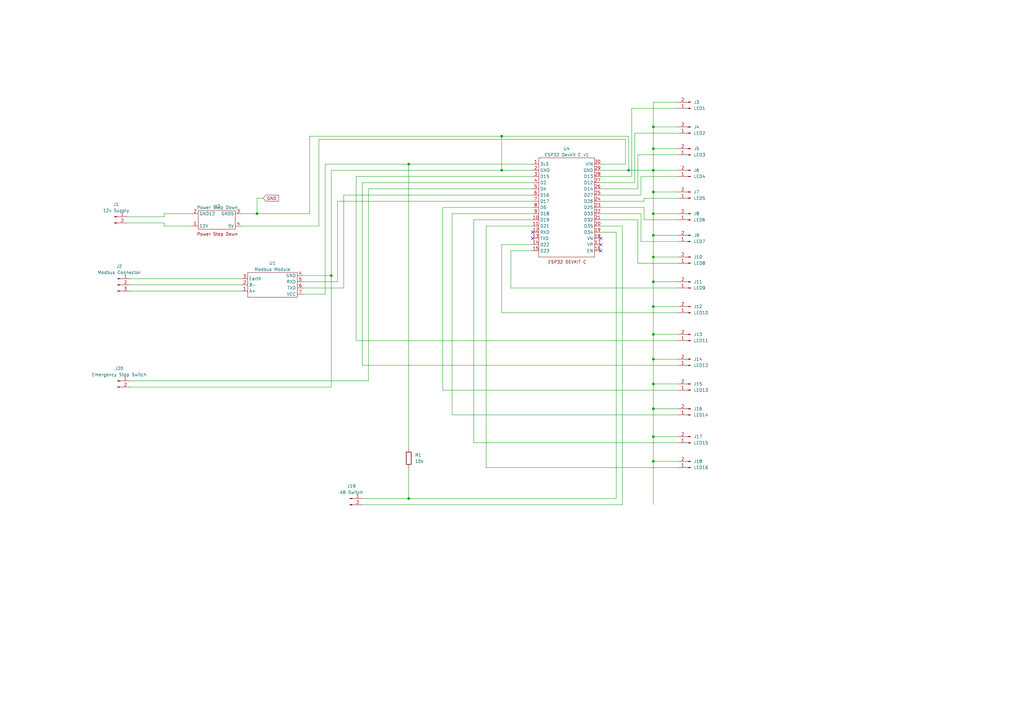
<source format=kicad_sch>
(kicad_sch (version 20231120) (generator "eeschema") (generator_version "8.0")
  (paper "A3")
  (lib_symbols
    (symbol "Connector:Conn_01x02_Pin" (pin_names (offset 1.016) hide)
      (property "Reference" "J" (at 0 2.54 0))
      (property "Value" "Conn_01x02_Pin" (at 0 -5.08 0))
      (symbol "Conn_01x02_Pin_1_1"
        (polyline (pts (xy 1.27 -2.54) (xy 0.8636 -2.54)) (stroke (width 0.1524)))
        (polyline (pts (xy 1.27 0) (xy 0.8636 0)) (stroke (width 0.1524)))
        (rectangle (start 0.8636 -2.413) (end 0 -2.667) (stroke (width 0.1524)) (fill (type outline)))
        (rectangle (start 0.8636 0.127) (end 0 -0.127) (stroke (width 0.1524)) (fill (type outline)))
        (pin passive line (at 5.08 0 180) (length 3.81) (name "Pin_1") (number "1"))
        (pin passive line (at 5.08 -2.54 180) (length 3.81) (name "Pin_2") (number "2"))
      )
    )
    (symbol "Connector:Conn_01x03_Pin" (pin_names (offset 1.016) hide)
      (property "Reference" "J" (at 0 5.08 0))
      (property "Value" "Conn_01x03_Pin" (at 0 -5.08 0))
      (symbol "Conn_01x03_Pin_1_1"
        (polyline (pts (xy 1.27 -2.54) (xy 0.8636 -2.54)) (stroke (width 0.1524)))
        (polyline (pts (xy 1.27 0) (xy 0.8636 0)) (stroke (width 0.1524)))
        (polyline (pts (xy 1.27 2.54) (xy 0.8636 2.54)) (stroke (width 0.1524)))
        (rectangle (start 0.8636 -2.413) (end 0 -2.667) (stroke (width 0.1524)) (fill (type outline)))
        (rectangle (start 0.8636 0.127) (end 0 -0.127) (stroke (width 0.1524)) (fill (type outline)))
        (rectangle (start 0.8636 2.667) (end 0 2.413) (stroke (width 0.1524)) (fill (type outline)))
        (pin passive line (at 5.08 2.54 180) (length 3.81) (name "Pin_1") (number "1"))
        (pin passive line (at 5.08 0 180) (length 3.81) (name "Pin_2") (number "2"))
        (pin passive line (at 5.08 -2.54 180) (length 3.81) (name "Pin_3") (number "3"))
      )
    )
    (symbol "Device:R" (pin_numbers hide) (pin_names (offset 0))
      (property "Reference" "R" (at 2.032 0 90))
      (property "Value" "R" (at 0 0 90))
      (symbol "R_0_1"
        (rectangle (start -1.016 -2.54) (end 1.016 2.54) (stroke (width 0.254)))
      )
      (symbol "R_1_1"
        (pin passive line (at 0 3.81 270) (length 1.27) (name "~") (number "1"))
        (pin passive line (at 0 -3.81 90) (length 1.27) (name "~") (number "2"))
      )
    )
    (symbol "New_Library:ESP32_Dev_Module"
      (property "Reference" "U" (at -5.0519 11.449 0))
      (symbol "ESP32_Dev_Module_0_1"
        (rectangle (start -11.4019 20.339) (end 11.43 -20.32))
      )
      (symbol "ESP32_Dev_Module_1_1"
        (text "ESP32 DEVKIT C" (at 0.254 -22.352 0) (effects (font (size 1.27 1.27))))
        (pin power_out line (at -13.97 17.78 0) (length 2.54) (name "3v3") (number "1"))
        (pin tri_state line (at -13.97 -5.08 0) (length 2.54) (name "D19") (number "10"))
        (pin tri_state line (at -13.97 -7.62 0) (length 2.54) (name "D21") (number "11"))
        (pin tri_state line (at -13.97 -10.16 0) (length 2.54) (name "RXD") (number "12"))
        (pin tri_state line (at -13.97 -12.7 0) (length 2.54) (name "TXD") (number "13"))
        (pin tri_state line (at -13.97 -15.24 0) (length 2.54) (name "D22") (number "14"))
        (pin tri_state line (at -13.97 -17.78 0) (length 2.54) (name "D23") (number "15"))
        (pin tri_state line (at 13.97 -17.78 180) (length 2.54) (name "EN") (number "16"))
        (pin tri_state line (at 13.97 -15.24 180) (length 2.54) (name "VP") (number "17"))
        (pin tri_state line (at 13.97 -12.7 180) (length 2.54) (name "VN") (number "18"))
        (pin tri_state line (at 13.97 -10.16 180) (length 2.54) (name "D34") (number "19"))
        (pin power_out line (at -13.97 15.24 0) (length 2.54) (name "GND") (number "2"))
        (pin tri_state line (at 13.97 -7.62 180) (length 2.54) (name "D35") (number "20"))
        (pin tri_state line (at 13.97 -5.08 180) (length 2.54) (name "D32") (number "21"))
        (pin tri_state line (at 13.97 -2.54 180) (length 2.54) (name "D33") (number "22"))
        (pin tri_state line (at 13.97 0 180) (length 2.54) (name "D25") (number "23"))
        (pin tri_state line (at 13.97 2.54 180) (length 2.54) (name "D26") (number "24"))
        (pin tri_state line (at 13.97 5.08 180) (length 2.54) (name "D27") (number "25"))
        (pin tri_state line (at 13.97 7.62 180) (length 2.54) (name "D14") (number "26"))
        (pin tri_state line (at 13.97 10.16 180) (length 2.54) (name "D12") (number "27"))
        (pin tri_state line (at 13.97 12.7 180) (length 2.54) (name "D13") (number "28"))
        (pin power_in line (at 13.97 15.24 180) (length 2.54) (name "GND") (number "29"))
        (pin tri_state line (at -13.97 12.7 0) (length 2.54) (name "D15") (number "3"))
        (pin power_in line (at 13.97 17.78 180) (length 2.54) (name "VIN") (number "30"))
        (pin tri_state line (at -13.97 10.16 0) (length 2.54) (name "D2") (number "4"))
        (pin tri_state line (at -13.97 7.62 0) (length 2.54) (name "D4") (number "5"))
        (pin tri_state line (at -13.97 5.08 0) (length 2.54) (name "D16") (number "6"))
        (pin tri_state line (at -13.97 2.54 0) (length 2.54) (name "D17") (number "7"))
        (pin tri_state line (at -13.97 0 0) (length 2.54) (name "D5") (number "8"))
        (pin tri_state line (at -13.97 -2.54 0) (length 2.54) (name "D18") (number "9"))
      )
    )
    (symbol "New_Library:RS485_Module"
      (property "Reference" "U" (at 0 0 0))
      (symbol "RS485_Module_0_1"
        (rectangle (start -10.16 5.08) (end 10.16 -5.08))
      )
      (symbol "RS485_Module_1_1"
        (pin bidirectional line (at -12.7 -2.54 0) (length 2.54) (name "A+") (number "1"))
        (pin bidirectional line (at -12.7 0 0) (length 2.54) (name "B-") (number "2"))
        (pin passive line (at -12.7 2.54 0) (length 2.54) (name "Earth") (number "3"))
        (pin power_in line (at 12.7 3.81 180) (length 2.54) (name "GND") (number "4"))
        (pin output line (at 12.7 1.27 180) (length 2.54) (name "RXD") (number "5"))
        (pin input line (at 12.7 -1.27 180) (length 2.54) (name "TXD") (number "6"))
        (pin power_in line (at 12.7 -3.81 180) (length 2.54) (name "VCC") (number "7"))
      )
    )
    (symbol "New_Library:Voltage_Step_Down"
      (property "Reference" "U" (at -3.81 0 0))
      (symbol "Voltage_Step_Down_0_1"
        (rectangle (start -7.62 3.81) (end 7.62 -3.81))
      )
      (symbol "Voltage_Step_Down_1_1"
        (text "Power Step Down" (at 0.254 -5.842 0) (effects (font (size 1.27 1.27))))
        (pin power_in line (at -10.16 -2.54 0) (length 2.54) (name "12V") (number "1"))
        (pin power_in line (at -10.16 2.54 0) (length 2.54) (name "GND12") (number "2"))
        (pin power_out line (at 10.16 2.54 180) (length 2.54) (name "GND5") (number "3"))
        (pin power_out line (at 10.16 -2.54 180) (length 2.54) (name "5V") (number "4"))
      )
    )
  )
  (junction (at 267.97 52.07))
  (junction (at 267.97 137.16))
  (junction (at 267.97 179.07))
  (junction (at 205.74 55.88))
  (junction (at 257.81 69.85))
  (junction (at 267.97 115.57))
  (junction (at 267.97 60.96))
  (junction (at 267.97 105.41))
  (junction (at 167.64 204.47))
  (junction (at 267.97 189.23))
  (junction (at 267.97 157.48))
  (junction (at 267.97 96.52))
  (junction (at 105.41 87.63))
  (junction (at 205.74 69.85))
  (junction (at 167.64 67.31))
  (junction (at 267.97 87.63))
  (junction (at 267.97 125.73))
  (junction (at 135.89 113.03))
  (junction (at 267.97 147.32))
  (junction (at 267.97 78.74))
  (junction (at 267.97 167.64))
  (junction (at 267.97 69.85))
  (no_connect (at 218.44 97.79))
  (no_connect (at 218.44 95.25))
  (no_connect (at 246.38 100.33))
  (no_connect (at 246.38 97.79))
  (no_connect (at 246.38 102.87))
  (wire (pts (xy 267.97 69.85) (xy 257.81 69.85)))
  (wire (pts (xy 267.97 60.96) (xy 267.97 69.85)))
  (wire (pts (xy 267.97 125.73) (xy 267.97 137.16)))
  (wire (pts (xy 264.16 90.17) (xy 264.16 85.09)))
  (wire (pts (xy 185.42 170.18) (xy 185.42 87.63)))
  (wire (pts (xy 278.13 90.17) (xy 264.16 90.17)))
  (wire (pts (xy 267.97 125.73) (xy 267.97 115.57)))
  (wire (pts (xy 267.97 78.74) (xy 267.97 69.85)))
  (wire (pts (xy 262.89 87.63) (xy 246.38 87.63)))
  (wire (pts (xy 278.13 63.5) (xy 261.62 63.5)))
  (wire (pts (xy 255.27 92.71) (xy 246.38 92.71)))
  (wire (pts (xy 205.74 128.27) (xy 278.13 128.27)))
  (wire (pts (xy 53.34 119.38) (xy 99.06 119.38)))
  (wire (pts (xy 278.13 54.61) (xy 260.35 54.61)))
  (wire (pts (xy 278.13 78.74) (xy 267.97 78.74)))
  (wire (pts (xy 267.97 41.91) (xy 267.97 52.07)))
  (wire (pts (xy 255.27 207.01) (xy 255.27 92.71)))
  (wire (pts (xy 278.13 137.16) (xy 267.97 137.16)))
  (wire (pts (xy 252.73 95.25) (xy 246.38 95.25)))
  (wire (pts (xy 107.95 81.28) (xy 105.41 81.28)))
  (wire (pts (xy 261.62 107.95) (xy 261.62 90.17)))
  (wire (pts (xy 267.97 60.96) (xy 278.13 60.96)))
  (wire (pts (xy 167.64 67.31) (xy 167.64 184.15)))
  (wire (pts (xy 135.89 158.75) (xy 53.34 158.75)))
  (wire (pts (xy 194.31 181.61) (xy 194.31 90.17)))
  (wire (pts (xy 278.13 44.45) (xy 259.08 44.45)))
  (wire (pts (xy 167.64 67.31) (xy 133.35 67.31)))
  (wire (pts (xy 146.05 72.39) (xy 146.05 139.7)))
  (wire (pts (xy 67.31 91.44) (xy 67.31 92.71)))
  (wire (pts (xy 267.97 96.52) (xy 267.97 87.63)))
  (wire (pts (xy 140.97 80.01) (xy 218.44 80.01)))
  (wire (pts (xy 264.16 85.09) (xy 246.38 85.09)))
  (wire (pts (xy 130.81 92.71) (xy 130.81 57.15)))
  (wire (pts (xy 278.13 107.95) (xy 261.62 107.95)))
  (wire (pts (xy 261.62 63.5) (xy 261.62 77.47)))
  (wire (pts (xy 138.43 82.55) (xy 138.43 115.57)))
  (wire (pts (xy 261.62 90.17) (xy 246.38 90.17)))
  (wire (pts (xy 99.06 87.63) (xy 105.41 87.63)))
  (wire (pts (xy 278.13 115.57) (xy 267.97 115.57)))
  (wire (pts (xy 278.13 81.28) (xy 264.16 81.28)))
  (wire (pts (xy 256.54 67.31) (xy 256.54 57.15)))
  (wire (pts (xy 67.31 87.63) (xy 78.74 87.63)))
  (wire (pts (xy 278.13 189.23) (xy 267.97 189.23)))
  (wire (pts (xy 278.13 147.32) (xy 267.97 147.32)))
  (wire (pts (xy 199.39 92.71) (xy 218.44 92.71)))
  (wire (pts (xy 167.64 204.47) (xy 252.73 204.47)))
  (wire (pts (xy 135.89 113.03) (xy 124.46 113.03)))
  (wire (pts (xy 138.43 82.55) (xy 218.44 82.55)))
  (wire (pts (xy 262.89 80.01) (xy 246.38 80.01)))
  (wire (pts (xy 209.55 102.87) (xy 218.44 102.87)))
  (wire (pts (xy 67.31 88.9) (xy 67.31 87.63)))
  (wire (pts (xy 181.61 85.09) (xy 218.44 85.09)))
  (wire (pts (xy 278.13 181.61) (xy 194.31 181.61)))
  (wire (pts (xy 262.89 72.39) (xy 262.89 80.01)))
  (wire (pts (xy 133.35 67.31) (xy 133.35 120.65)))
  (wire (pts (xy 53.34 114.3) (xy 99.06 114.3)))
  (wire (pts (xy 267.97 115.57) (xy 267.97 105.41)))
  (wire (pts (xy 194.31 90.17) (xy 218.44 90.17)))
  (wire (pts (xy 278.13 149.86) (xy 148.59 149.86)))
  (wire (pts (xy 218.44 74.93) (xy 148.59 74.93)))
  (wire (pts (xy 53.34 116.84) (xy 99.06 116.84)))
  (wire (pts (xy 138.43 115.57) (xy 124.46 115.57)))
  (wire (pts (xy 167.64 191.77) (xy 167.64 204.47)))
  (wire (pts (xy 127 55.88) (xy 205.74 55.88)))
  (wire (pts (xy 278.13 105.41) (xy 267.97 105.41)))
  (wire (pts (xy 67.31 92.71) (xy 78.74 92.71)))
  (wire (pts (xy 267.97 147.32) (xy 267.97 137.16)))
  (wire (pts (xy 278.13 125.73) (xy 267.97 125.73)))
  (wire (pts (xy 278.13 170.18) (xy 185.42 170.18)))
  (wire (pts (xy 151.13 77.47) (xy 151.13 156.21)))
  (wire (pts (xy 278.13 96.52) (xy 267.97 96.52)))
  (wire (pts (xy 140.97 80.01) (xy 140.97 118.11)))
  (wire (pts (xy 140.97 118.11) (xy 124.46 118.11)))
  (wire (pts (xy 135.89 69.85) (xy 135.89 113.03)))
  (wire (pts (xy 278.13 41.91) (xy 267.97 41.91)))
  (wire (pts (xy 135.89 113.03) (xy 135.89 158.75)))
  (wire (pts (xy 130.81 57.15) (xy 256.54 57.15)))
  (wire (pts (xy 205.74 128.27) (xy 205.74 100.33)))
  (wire (pts (xy 218.44 77.47) (xy 151.13 77.47)))
  (wire (pts (xy 278.13 139.7) (xy 146.05 139.7)))
  (wire (pts (xy 260.35 74.93) (xy 246.38 74.93)))
  (wire (pts (xy 127 87.63) (xy 127 55.88)))
  (wire (pts (xy 278.13 179.07) (xy 267.97 179.07)))
  (wire (pts (xy 267.97 147.32) (xy 267.97 157.48)))
  (wire (pts (xy 278.13 160.02) (xy 181.61 160.02)))
  (wire (pts (xy 185.42 87.63) (xy 218.44 87.63)))
  (wire (pts (xy 246.38 67.31) (xy 256.54 67.31)))
  (wire (pts (xy 209.55 118.11) (xy 278.13 118.11)))
  (wire (pts (xy 218.44 72.39) (xy 146.05 72.39)))
  (wire (pts (xy 205.74 100.33) (xy 218.44 100.33)))
  (wire (pts (xy 209.55 118.11) (xy 209.55 102.87)))
  (wire (pts (xy 278.13 99.06) (xy 262.89 99.06)))
  (wire (pts (xy 267.97 105.41) (xy 267.97 96.52)))
  (wire (pts (xy 257.81 55.88) (xy 257.81 69.85)))
  (wire (pts (xy 205.74 55.88) (xy 257.81 55.88)))
  (wire (pts (xy 218.44 67.31) (xy 167.64 67.31)))
  (wire (pts (xy 199.39 191.77) (xy 199.39 92.71)))
  (wire (pts (xy 205.74 69.85) (xy 135.89 69.85)))
  (wire (pts (xy 148.59 204.47) (xy 167.64 204.47)))
  (wire (pts (xy 205.74 55.88) (xy 205.74 69.85)))
  (wire (pts (xy 52.07 88.9) (xy 67.31 88.9)))
  (wire (pts (xy 262.89 99.06) (xy 262.89 87.63)))
  (wire (pts (xy 278.13 87.63) (xy 267.97 87.63)))
  (wire (pts (xy 261.62 77.47) (xy 246.38 77.47)))
  (wire (pts (xy 267.97 189.23) (xy 267.97 179.07)))
  (wire (pts (xy 278.13 167.64) (xy 267.97 167.64)))
  (wire (pts (xy 259.08 72.39) (xy 246.38 72.39)))
  (wire (pts (xy 259.08 44.45) (xy 259.08 72.39)))
  (wire (pts (xy 278.13 72.39) (xy 262.89 72.39)))
  (wire (pts (xy 148.59 149.86) (xy 148.59 74.93)))
  (wire (pts (xy 264.16 82.55) (xy 246.38 82.55)))
  (wire (pts (xy 278.13 191.77) (xy 199.39 191.77)))
  (wire (pts (xy 246.38 69.85) (xy 257.81 69.85)))
  (wire (pts (xy 267.97 167.64) (xy 267.97 179.07)))
  (wire (pts (xy 133.35 120.65) (xy 124.46 120.65)))
  (wire (pts (xy 267.97 207.01) (xy 267.97 189.23)))
  (wire (pts (xy 260.35 54.61) (xy 260.35 74.93)))
  (wire (pts (xy 52.07 91.44) (xy 67.31 91.44)))
  (wire (pts (xy 267.97 87.63) (xy 267.97 78.74)))
  (wire (pts (xy 267.97 52.07) (xy 278.13 52.07)))
  (wire (pts (xy 148.59 207.01) (xy 255.27 207.01)))
  (wire (pts (xy 267.97 167.64) (xy 267.97 157.48)))
  (wire (pts (xy 181.61 160.02) (xy 181.61 85.09)))
  (wire (pts (xy 267.97 52.07) (xy 267.97 60.96)))
  (wire (pts (xy 252.73 204.47) (xy 252.73 95.25)))
  (wire (pts (xy 218.44 69.85) (xy 205.74 69.85)))
  (wire (pts (xy 105.41 87.63) (xy 127 87.63)))
  (wire (pts (xy 105.41 81.28) (xy 105.41 87.63)))
  (wire (pts (xy 151.13 156.21) (xy 53.34 156.21)))
  (wire (pts (xy 267.97 69.85) (xy 278.13 69.85)))
  (wire (pts (xy 278.13 157.48) (xy 267.97 157.48)))
  (wire (pts (xy 264.16 81.28) (xy 264.16 82.55)))
  (wire (pts (xy 99.06 92.71) (xy 130.81 92.71)))
  (global_label "GND" (shape input) (at 107.95 81.28 0) (property "Intersheetrefs" "${INTERSHEET_REFS}" (effects (hide yes))))
  (symbol (lib_id "Connector:Conn_01x02_Pin") (at 283.21 160.02 180) (unit 1)
    (property "Reference" "J15" (at 284.48 157.4799 0) (effects (justify right)))
    (property "Value" "LED13" (at 284.48 160.0199 0) (effects (justify right)))
    (property "Footprint" "Connector_Molex:Molex_KK-254_AE-6410-02A_1x02_P2.54mm_Vertical" (effects (hide yes)))
    (property "Description" "Generic connector, single row, 01x02, script generated" (effects (hide yes)))
  )
  (symbol (lib_id "Connector:Conn_01x02_Pin") (at 283.21 139.7 180) (unit 1)
    (property "Reference" "J13" (at 284.48 137.1599 0) (effects (justify right)))
    (property "Value" "LED11" (at 284.48 139.6999 0) (effects (justify right)))
    (property "Footprint" "Connector_Molex:Molex_KK-254_AE-6410-02A_1x02_P2.54mm_Vertical" (effects (hide yes)))
    (property "Description" "Generic connector, single row, 01x02, script generated" (effects (hide yes)))
  )
  (symbol (lib_id "Connector:Conn_01x02_Pin") (at 143.51 204.47 0) (unit 1)
    (property "Reference" "J19" (at 144.145 199.39 0))
    (property "Value" "AB Switch" (at 144.145 201.93 0))
    (property "Footprint" "Connector_Molex:Molex_KK-254_AE-6410-03A_1x03_P2.54mm_Vertical" (effects (hide yes)))
    (property "Description" "Generic connector, single row, 01x02, script generated" (effects (hide yes)))
  )
  (symbol (lib_id "Connector:Conn_01x02_Pin") (at 283.21 170.18 180) (unit 1)
    (property "Reference" "J16" (at 284.48 167.6399 0) (effects (justify right)))
    (property "Value" "LED14" (at 284.48 170.1799 0) (effects (justify right)))
    (property "Footprint" "Connector_Molex:Molex_KK-254_AE-6410-02A_1x02_P2.54mm_Vertical" (effects (hide yes)))
    (property "Description" "Generic connector, single row, 01x02, script generated" (effects (hide yes)))
  )
  (symbol (lib_id "Connector:Conn_01x02_Pin") (at 283.21 149.86 180) (unit 1)
    (property "Reference" "J14" (at 284.48 147.3199 0) (effects (justify right)))
    (property "Value" "LED12" (at 284.48 149.8599 0) (effects (justify right)))
    (property "Footprint" "Connector_Molex:Molex_KK-254_AE-6410-02A_1x02_P2.54mm_Vertical" (effects (hide yes)))
    (property "Description" "Generic connector, single row, 01x02, script generated" (effects (hide yes)))
  )
  (symbol (lib_id "Connector:Conn_01x02_Pin") (at 283.21 72.39 180) (unit 1)
    (property "Reference" "J6" (at 284.48 69.8499 0) (effects (justify right)))
    (property "Value" "LED4" (at 284.48 72.3899 0) (effects (justify right)))
    (property "Footprint" "Connector_Molex:Molex_KK-254_AE-6410-02A_1x02_P2.54mm_Vertical" (effects (hide yes)))
    (property "Description" "Generic connector, single row, 01x02, script generated" (effects (hide yes)))
  )
  (symbol (lib_id "Device:R") (at 167.64 187.96 0) (unit 1)
    (property "Reference" "R1" (at 170.18 186.6899 0) (effects (justify left)))
    (property "Value" "10k" (at 170.18 189.2299 0) (effects (justify left)))
    (property "Description" "Resistor" (effects (hide yes)))
  )
  (symbol (lib_id "Connector:Conn_01x02_Pin") (at 283.21 81.28 180) (unit 1)
    (property "Reference" "J7" (at 284.48 78.7399 0) (effects (justify right)))
    (property "Value" "LED5" (at 284.48 81.2799 0) (effects (justify right)))
    (property "Footprint" "Connector_Molex:Molex_KK-254_AE-6410-02A_1x02_P2.54mm_Vertical" (effects (hide yes)))
    (property "Description" "Generic connector, single row, 01x02, script generated" (effects (hide yes)))
  )
  (symbol (lib_id "Connector:Conn_01x02_Pin") (at 283.21 90.17 180) (unit 1)
    (property "Reference" "J8" (at 284.48 87.6299 0) (effects (justify right)))
    (property "Value" "LED6" (at 284.48 90.1699 0) (effects (justify right)))
    (property "Footprint" "Connector_Molex:Molex_KK-254_AE-6410-02A_1x02_P2.54mm_Vertical" (effects (hide yes)))
    (property "Description" "Generic connector, single row, 01x02, script generated" (effects (hide yes)))
  )
  (symbol (lib_id "New_Library:Voltage_Step_Down") (at 88.9 90.17 0) (unit 1)
    (property "Reference" "U2" (at 89.154 84.582 0))
    (property "Value" "Power Step Down" (at 89.154 85.09 0))
    (property "Footprint" "Library:Step Down Buck Converter 24V - 5V" (effects (hide yes)))
  )
  (symbol (lib_id "New_Library:ESP32_Dev_Module") (at 232.41 85.09 0) (unit 1)
    (property "Reference" "U4" (at 232.41 60.96 0))
    (property "Value" "ESP32 Devkit C v1" (at 232.41 63.5 0))
    (property "Footprint" "Library:MODULE_ESP32_DEVKIT_V1" (effects (hide yes)))
  )
  (symbol (lib_id "Connector:Conn_01x02_Pin") (at 283.21 44.45 180) (unit 1)
    (property "Reference" "J3" (at 284.48 41.9099 0) (effects (justify right)))
    (property "Value" "LED1" (at 284.48 44.4499 0) (effects (justify right)))
    (property "Footprint" "Connector_Molex:Molex_KK-254_AE-6410-02A_1x02_P2.54mm_Vertical" (effects (hide yes)))
    (property "Description" "Generic connector, single row, 01x02, script generated" (effects (hide yes)))
  )
  (symbol (lib_id "Connector:Conn_01x03_Pin") (at 48.26 116.84 0) (unit 1)
    (property "Reference" "J2" (at 48.895 109.22 0))
    (property "Value" "Modbus Connector" (at 48.895 111.76 0))
    (property "Footprint" "Connector_Molex:Molex_KK-254_AE-6410-03A_1x03_P2.54mm_Vertical" (effects (hide yes)))
    (property "Description" "Generic connector, single row, 01x03, script generated" (effects (hide yes)))
  )
  (symbol (lib_id "Connector:Conn_01x02_Pin") (at 283.21 99.06 180) (unit 1)
    (property "Reference" "J9" (at 284.48 96.5199 0) (effects (justify right)))
    (property "Value" "LED7" (at 284.48 99.0599 0) (effects (justify right)))
    (property "Footprint" "Connector_Molex:Molex_KK-254_AE-6410-02A_1x02_P2.54mm_Vertical" (effects (hide yes)))
    (property "Description" "Generic connector, single row, 01x02, script generated" (effects (hide yes)))
  )
  (symbol (lib_id "Connector:Conn_01x02_Pin") (at 283.21 54.61 180) (unit 1)
    (property "Reference" "J4" (at 284.48 52.0699 0) (effects (justify right)))
    (property "Value" "LED2" (at 284.48 54.6099 0) (effects (justify right)))
    (property "Footprint" "Connector_Molex:Molex_KK-254_AE-6410-02A_1x02_P2.54mm_Vertical" (effects (hide yes)))
    (property "Description" "Generic connector, single row, 01x02, script generated" (effects (hide yes)))
  )
  (symbol (lib_id "Connector:Conn_01x02_Pin") (at 283.21 128.27 180) (unit 1)
    (property "Reference" "J12" (at 284.48 125.7299 0) (effects (justify right)))
    (property "Value" "LED10" (at 284.48 128.2699 0) (effects (justify right)))
    (property "Footprint" "Connector_Molex:Molex_KK-254_AE-6410-02A_1x02_P2.54mm_Vertical" (effects (hide yes)))
    (property "Description" "Generic connector, single row, 01x02, script generated" (effects (hide yes)))
  )
  (symbol (lib_id "Connector:Conn_01x02_Pin") (at 283.21 107.95 180) (unit 1)
    (property "Reference" "J10" (at 284.48 105.4099 0) (effects (justify right)))
    (property "Value" "LED8" (at 284.48 107.9499 0) (effects (justify right)))
    (property "Footprint" "Connector_Molex:Molex_KK-254_AE-6410-02A_1x02_P2.54mm_Vertical" (effects (hide yes)))
    (property "Description" "Generic connector, single row, 01x02, script generated" (effects (hide yes)))
  )
  (symbol (lib_id "Connector:Conn_01x02_Pin") (at 283.21 191.77 180) (unit 1)
    (property "Reference" "J18" (at 284.48 189.2299 0) (effects (justify right)))
    (property "Value" "LED16" (at 284.48 191.7699 0) (effects (justify right)))
    (property "Footprint" "Connector_Molex:Molex_KK-254_AE-6410-02A_1x02_P2.54mm_Vertical" (effects (hide yes)))
    (property "Description" "Generic connector, single row, 01x02, script generated" (effects (hide yes)))
  )
  (symbol (lib_id "Connector:Conn_01x02_Pin") (at 283.21 63.5 180) (unit 1)
    (property "Reference" "J5" (at 284.48 60.9599 0) (effects (justify right)))
    (property "Value" "LED3" (at 284.48 63.4999 0) (effects (justify right)))
    (property "Footprint" "Connector_Molex:Molex_KK-254_AE-6410-02A_1x02_P2.54mm_Vertical" (effects (hide yes)))
    (property "Description" "Generic connector, single row, 01x02, script generated" (effects (hide yes)))
  )
  (symbol (lib_id "Connector:Conn_01x02_Pin") (at 283.21 181.61 180) (unit 1)
    (property "Reference" "J17" (at 284.48 179.0699 0) (effects (justify right)))
    (property "Value" "LED15" (at 284.48 181.6099 0) (effects (justify right)))
    (property "Footprint" "Connector_Molex:Molex_KK-254_AE-6410-02A_1x02_P2.54mm_Vertical" (effects (hide yes)))
    (property "Description" "Generic connector, single row, 01x02, script generated" (effects (hide yes)))
  )
  (symbol (lib_id "New_Library:RS485_Module") (at 111.76 116.84 0) (unit 1)
    (property "Reference" "U1" (at 111.76 107.95 0))
    (property "Value" "Modbus Module" (at 111.76 110.49 0))
    (property "Footprint" "Library:Modbus Module" (effects (hide yes)))
  )
  (symbol (lib_id "Connector:Conn_01x02_Pin") (at 46.99 88.9 0) (unit 1)
    (property "Reference" "J1" (at 47.625 83.82 0))
    (property "Value" "12v Supply" (at 47.625 86.36 0))
    (property "Footprint" "Connector_Molex:Molex_KK-254_AE-6410-02A_1x02_P2.54mm_Vertical" (effects (hide yes)))
    (property "Description" "Generic connector, single row, 01x02, script generated" (effects (hide yes)))
  )
  (symbol (lib_id "Connector:Conn_01x02_Pin") (at 283.21 118.11 180) (unit 1)
    (property "Reference" "J11" (at 284.48 115.5699 0) (effects (justify right)))
    (property "Value" "LED9" (at 284.48 118.1099 0) (effects (justify right)))
    (property "Footprint" "Connector_Molex:Molex_KK-254_AE-6410-02A_1x02_P2.54mm_Vertical" (effects (hide yes)))
    (property "Description" "Generic connector, single row, 01x02, script generated" (effects (hide yes)))
  )
  (symbol (lib_id "Connector:Conn_01x02_Pin") (at 48.26 156.21 0) (unit 1)
    (property "Reference" "J20" (at 48.895 151.13 0))
    (property "Value" "Emergency Stop Switch" (at 48.895 153.67 0))
    (property "Footprint" "Connector_Molex:Molex_KK-254_AE-6410-02A_1x02_P2.54mm_Vertical" (effects (hide yes)))
    (property "Description" "Generic connector, single row, 01x02, script generated" (effects (hide yes)))
  )
)
</source>
